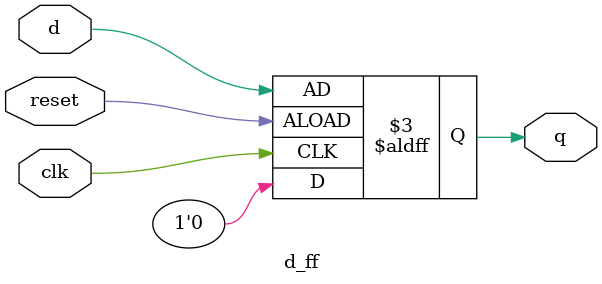
<source format=sv>
module circuit6(A,I,clk,clear);
  output reg [3:0]A;
  input [3:0]I;
  input clk,clear;
  
  d_ff g1(A[0],I[0],clk,clear);
  d_ff g2(A[1],I[1],clk,clear);
  d_ff g3(A[2],I[2],clk,clear);
  d_ff g4(A[3],I[3],clk,clear);
  
endmodule


module d_ff(q,d,clk,reset);
  output reg q;
  input d,clk,reset;
  
  always @(posedge clk or posedge reset) begin
    if (!reset)
      q <= 1'b0;
    else
      q <= d;
  end
endmodule
  
</source>
